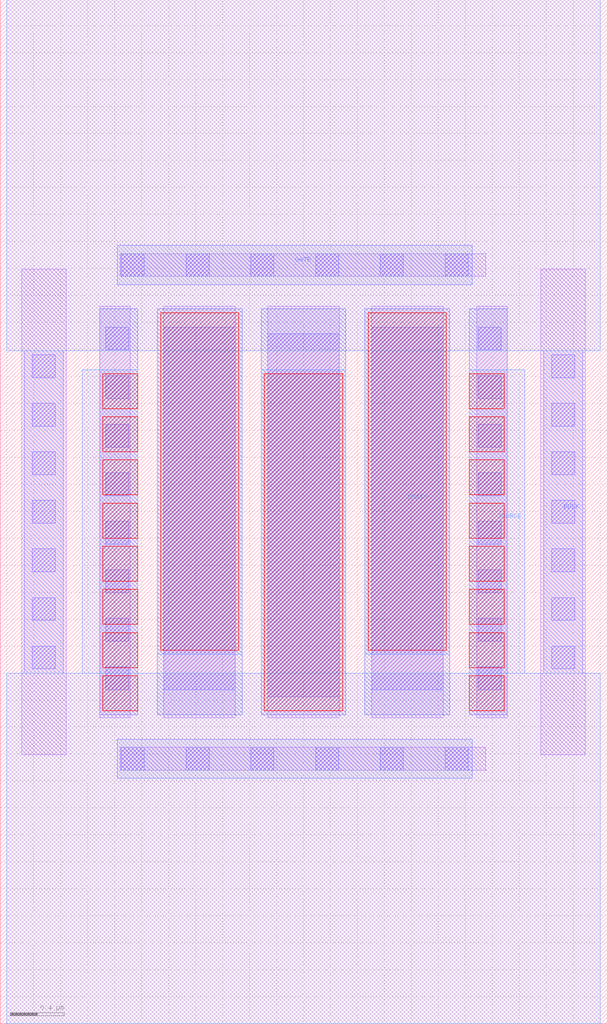
<source format=lef>
# Copyright 2020 The SkyWater PDK Authors
#
# Licensed under the Apache License, Version 2.0 (the "License");
# you may not use this file except in compliance with the License.
# You may obtain a copy of the License at
#
#     https://www.apache.org/licenses/LICENSE-2.0
#
# Unless required by applicable law or agreed to in writing, software
# distributed under the License is distributed on an "AS IS" BASIS,
# WITHOUT WARRANTIES OR CONDITIONS OF ANY KIND, either express or implied.
# See the License for the specific language governing permissions and
# limitations under the License.
#
# SPDX-License-Identifier: Apache-2.0

VERSION 5.7 ;
  NOWIREEXTENSIONATPIN ON ;
  DIVIDERCHAR "/" ;
  BUSBITCHARS "[]" ;
MACRO sky130_fd_pr__rf_pfet_01v8_hcM04W3p00L0p15
  CLASS BLOCK ;
  FOREIGN sky130_fd_pr__rf_pfet_01v8_hcM04W3p00L0p15 ;
  ORIGIN  0.050000  0.000000 ;
  SIZE  4.500000 BY  7.590000 ;
  PIN BULK
    ANTENNADIFFAREA  1.618200 ;
    PORT
      LAYER met1 ;
        RECT 0.130000 2.600000 0.420000 4.990000 ;
        RECT 3.980000 2.600000 4.270000 4.990000 ;
    END
  END BULK
  PIN DRAIN
    ANTENNADIFFAREA  3.732400 ;
    PORT
      LAYER met2 ;
        RECT 0.000000 4.990000 4.400000 7.590000 ;
        RECT 1.115000 2.740000 1.745000 4.990000 ;
        RECT 2.655000 2.740000 3.285000 4.990000 ;
    END
  END DRAIN
  PIN GATE
    ANTENNAGATEAREA  1.806000 ;
    PORT
      LAYER met1 ;
        RECT 0.820000 1.820000 3.450000 2.110000 ;
        RECT 0.820000 5.480000 3.450000 5.770000 ;
    END
  END GATE
  PIN SOURCE
    ANTENNADIFFAREA  3.551800 ;
    PORT
      LAYER met2 ;
        RECT 0.000000 0.000000 4.400000 2.600000 ;
        RECT 0.560000 2.600000 0.970000 4.850000 ;
        RECT 1.885000 2.600000 2.515000 4.850000 ;
        RECT 3.430000 2.600000 3.840000 4.850000 ;
    END
  END SOURCE
  OBS
    LAYER li1 ;
      RECT 0.110000 1.995000 0.440000 5.595000 ;
      RECT 0.690000 2.270000 0.915000 5.320000 ;
      RECT 0.840000 1.880000 3.550000 2.050000 ;
      RECT 0.840000 5.540000 3.550000 5.710000 ;
      RECT 1.165000 2.270000 1.695000 5.320000 ;
      RECT 1.935000 2.270000 2.465000 5.320000 ;
      RECT 2.705000 2.270000 3.235000 5.320000 ;
      RECT 3.485000 2.270000 3.710000 5.320000 ;
      RECT 3.960000 1.995000 4.290000 5.595000 ;
    LAYER mcon ;
      RECT 0.190000 2.630000 0.360000 2.800000 ;
      RECT 0.190000 2.990000 0.360000 3.160000 ;
      RECT 0.190000 3.350000 0.360000 3.520000 ;
      RECT 0.190000 3.710000 0.360000 3.880000 ;
      RECT 0.190000 4.070000 0.360000 4.240000 ;
      RECT 0.190000 4.430000 0.360000 4.600000 ;
      RECT 0.190000 4.790000 0.360000 4.960000 ;
      RECT 0.735000 2.475000 0.905000 2.645000 ;
      RECT 0.735000 2.835000 0.905000 3.005000 ;
      RECT 0.735000 3.195000 0.905000 3.365000 ;
      RECT 0.735000 3.555000 0.905000 3.725000 ;
      RECT 0.735000 3.915000 0.905000 4.085000 ;
      RECT 0.735000 4.275000 0.905000 4.445000 ;
      RECT 0.735000 4.635000 0.905000 4.805000 ;
      RECT 0.735000 4.995000 0.905000 5.165000 ;
      RECT 0.850000 1.880000 1.020000 2.050000 ;
      RECT 0.850000 5.540000 1.020000 5.710000 ;
      RECT 1.165000 2.475000 1.695000 5.165000 ;
      RECT 1.330000 1.880000 1.500000 2.050000 ;
      RECT 1.330000 5.540000 1.500000 5.710000 ;
      RECT 1.810000 1.880000 1.980000 2.050000 ;
      RECT 1.810000 5.540000 1.980000 5.710000 ;
      RECT 1.935000 2.425000 2.465000 5.115000 ;
      RECT 2.290000 1.880000 2.460000 2.050000 ;
      RECT 2.290000 5.540000 2.460000 5.710000 ;
      RECT 2.705000 2.475000 3.235000 5.165000 ;
      RECT 2.770000 1.880000 2.940000 2.050000 ;
      RECT 2.770000 5.540000 2.940000 5.710000 ;
      RECT 3.250000 1.880000 3.420000 2.050000 ;
      RECT 3.250000 5.540000 3.420000 5.710000 ;
      RECT 3.495000 2.475000 3.665000 2.645000 ;
      RECT 3.495000 2.835000 3.665000 3.005000 ;
      RECT 3.495000 3.195000 3.665000 3.365000 ;
      RECT 3.495000 3.555000 3.665000 3.725000 ;
      RECT 3.495000 3.915000 3.665000 4.085000 ;
      RECT 3.495000 4.275000 3.665000 4.445000 ;
      RECT 3.495000 4.635000 3.665000 4.805000 ;
      RECT 3.495000 4.995000 3.665000 5.165000 ;
      RECT 4.040000 2.630000 4.210000 2.800000 ;
      RECT 4.040000 2.990000 4.210000 3.160000 ;
      RECT 4.040000 3.350000 4.210000 3.520000 ;
      RECT 4.040000 3.710000 4.210000 3.880000 ;
      RECT 4.040000 4.070000 4.210000 4.240000 ;
      RECT 4.040000 4.430000 4.210000 4.600000 ;
      RECT 4.040000 4.790000 4.210000 4.960000 ;
    LAYER met1 ;
      RECT 0.690000 2.290000 0.970000 5.300000 ;
      RECT 1.115000 2.290000 1.745000 5.300000 ;
      RECT 1.885000 2.290000 2.515000 5.300000 ;
      RECT 2.655000 2.290000 3.285000 5.300000 ;
      RECT 3.430000 2.290000 3.710000 5.300000 ;
    LAYER via ;
      RECT 0.710000 2.320000 0.970000 2.580000 ;
      RECT 0.710000 2.640000 0.970000 2.900000 ;
      RECT 0.710000 2.960000 0.970000 3.220000 ;
      RECT 0.710000 3.280000 0.970000 3.540000 ;
      RECT 0.710000 3.600000 0.970000 3.860000 ;
      RECT 0.710000 3.920000 0.970000 4.180000 ;
      RECT 0.710000 4.240000 0.970000 4.500000 ;
      RECT 0.710000 4.560000 0.970000 4.820000 ;
      RECT 1.140000 2.770000 1.720000 5.270000 ;
      RECT 1.910000 2.320000 2.490000 4.820000 ;
      RECT 2.680000 2.770000 3.260000 5.270000 ;
      RECT 3.430000 2.320000 3.690000 2.580000 ;
      RECT 3.430000 2.640000 3.690000 2.900000 ;
      RECT 3.430000 2.960000 3.690000 3.220000 ;
      RECT 3.430000 3.280000 3.690000 3.540000 ;
      RECT 3.430000 3.600000 3.690000 3.860000 ;
      RECT 3.430000 3.920000 3.690000 4.180000 ;
      RECT 3.430000 4.240000 3.690000 4.500000 ;
      RECT 3.430000 4.560000 3.690000 4.820000 ;
  END
END sky130_fd_pr__rf_pfet_01v8_hcM04W3p00L0p15
END LIBRARY

</source>
